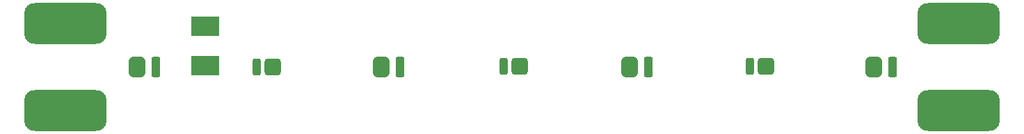
<source format=gbr>
%TF.GenerationSoftware,KiCad,Pcbnew,(6.0.8)*%
%TF.CreationDate,2023-04-08T13:35:57-06:00*%
%TF.ProjectId,HydroLights,48796472-6f4c-4696-9768-74732e6b6963,rev?*%
%TF.SameCoordinates,Original*%
%TF.FileFunction,Paste,Top*%
%TF.FilePolarity,Positive*%
%FSLAX46Y46*%
G04 Gerber Fmt 4.6, Leading zero omitted, Abs format (unit mm)*
G04 Created by KiCad (PCBNEW (6.0.8)) date 2023-04-08 13:35:57*
%MOMM*%
%LPD*%
G01*
G04 APERTURE LIST*
G04 Aperture macros list*
%AMRoundRect*
0 Rectangle with rounded corners*
0 $1 Rounding radius*
0 $2 $3 $4 $5 $6 $7 $8 $9 X,Y pos of 4 corners*
0 Add a 4 corners polygon primitive as box body*
4,1,4,$2,$3,$4,$5,$6,$7,$8,$9,$2,$3,0*
0 Add four circle primitives for the rounded corners*
1,1,$1+$1,$2,$3*
1,1,$1+$1,$4,$5*
1,1,$1+$1,$6,$7*
1,1,$1+$1,$8,$9*
0 Add four rect primitives between the rounded corners*
20,1,$1+$1,$2,$3,$4,$5,0*
20,1,$1+$1,$4,$5,$6,$7,0*
20,1,$1+$1,$6,$7,$8,$9,0*
20,1,$1+$1,$8,$9,$2,$3,0*%
G04 Aperture macros list end*
%ADD10RoundRect,1.250000X-3.750000X-1.250000X3.750000X-1.250000X3.750000X1.250000X-3.750000X1.250000X0*%
%ADD11RoundRect,0.500000X-0.500000X-0.750000X0.500000X-0.750000X0.500000X0.750000X-0.500000X0.750000X0*%
%ADD12RoundRect,0.275000X-0.275000X-0.975000X0.275000X-0.975000X0.275000X0.975000X-0.275000X0.975000X0*%
%ADD13R,3.370000X2.370000*%
%ADD14RoundRect,0.525000X0.525000X0.525000X-0.525000X0.525000X-0.525000X-0.525000X0.525000X-0.525000X0*%
%ADD15RoundRect,0.250000X0.250000X0.800000X-0.250000X0.800000X-0.250000X-0.800000X0.250000X-0.800000X0*%
G04 APERTURE END LIST*
D10*
%TO.C,U11*%
X191262000Y-91186000D03*
%TD*%
D11*
%TO.C,U9*%
X91252000Y-96520000D03*
D12*
X93552000Y-96520000D03*
%TD*%
D11*
%TO.C,U3*%
X180914000Y-96520000D03*
D12*
X183214000Y-96520000D03*
%TD*%
D11*
%TO.C,U7*%
X120970000Y-96520000D03*
D12*
X123270000Y-96520000D03*
%TD*%
D13*
%TO.C,R1*%
X99568000Y-96385000D03*
X99568000Y-91575000D03*
%TD*%
D11*
%TO.C,U5*%
X151196000Y-96520000D03*
D12*
X153496000Y-96520000D03*
%TD*%
D14*
%TO.C,U6*%
X137865000Y-96475000D03*
D15*
X135865000Y-96475000D03*
%TD*%
D14*
%TO.C,U8*%
X107784000Y-96520000D03*
D15*
X105784000Y-96520000D03*
%TD*%
D10*
%TO.C,U10*%
X82550000Y-101854000D03*
%TD*%
%TO.C,U1*%
X191262000Y-101854000D03*
%TD*%
D14*
%TO.C,U4*%
X167787000Y-96475000D03*
D15*
X165887000Y-96475000D03*
%TD*%
D10*
%TO.C,U2*%
X82550000Y-91186000D03*
%TD*%
M02*

</source>
